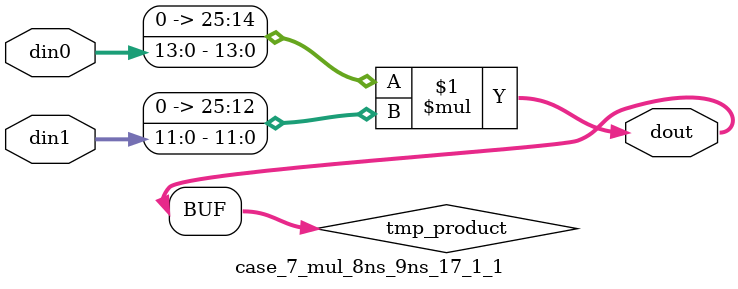
<source format=v>

`timescale 1 ns / 1 ps

 (* use_dsp = "no" *)  module case_7_mul_8ns_9ns_17_1_1(din0, din1, dout);
parameter ID = 1;
parameter NUM_STAGE = 0;
parameter din0_WIDTH = 14;
parameter din1_WIDTH = 12;
parameter dout_WIDTH = 26;

input [din0_WIDTH - 1 : 0] din0; 
input [din1_WIDTH - 1 : 0] din1; 
output [dout_WIDTH - 1 : 0] dout;

wire signed [dout_WIDTH - 1 : 0] tmp_product;
























assign tmp_product = $signed({1'b0, din0}) * $signed({1'b0, din1});











assign dout = tmp_product;





















endmodule

</source>
